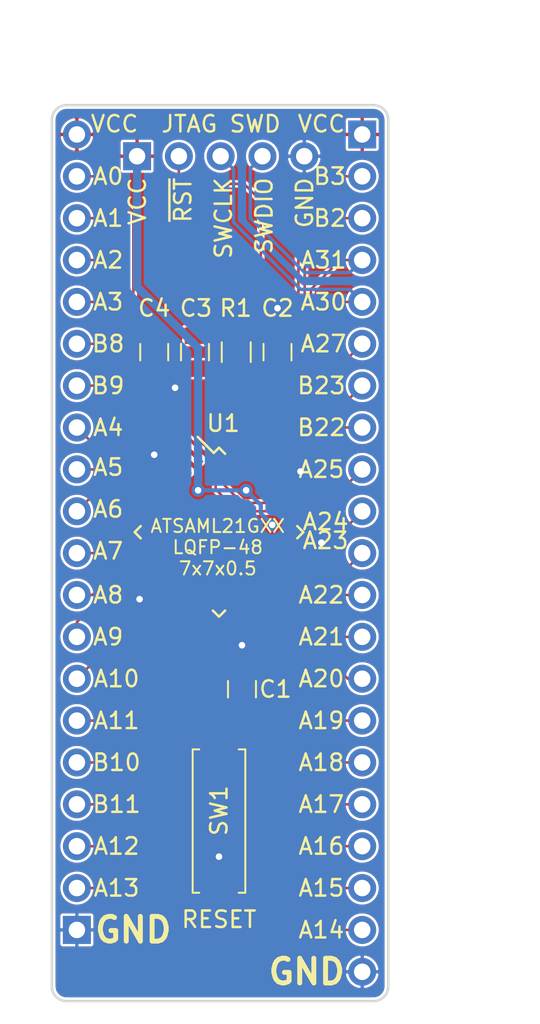
<source format=kicad_pcb>
(kicad_pcb (version 20171130) (host pcbnew "(5.0.0)")
  (layers (0 F.Cu signal) (31 B.Cu signal) (34 B.Paste user) (35 F.Paste user) (36 B.SilkS user) (37 F.SilkS user) (38 B.Mask user) (39 F.Mask user) (44 Edge.Cuts user))
  (net 0 "")
  (net 1 GND)
  (net 2 "Net-(C2-Pad1)")
  (net 3 VCC)
  (net 4 "Net-(J1-Pad20)")
  (net 5 "Net-(J1-Pad19)")
  (net 6 "Net-(J1-Pad18)")
  (net 7 "Net-(J1-Pad17)")
  (net 8 "Net-(J1-Pad16)")
  (net 9 "Net-(J1-Pad15)")
  (net 10 "Net-(J1-Pad14)")
  (net 11 "Net-(J1-Pad13)")
  (net 12 "Net-(J1-Pad12)")
  (net 13 "Net-(J1-Pad11)")
  (net 14 "Net-(J1-Pad10)")
  (net 15 "Net-(J1-Pad9)")
  (net 16 "Net-(J1-Pad8)")
  (net 17 "Net-(J1-Pad7)")
  (net 18 "Net-(J1-Pad6)")
  (net 19 "Net-(J1-Pad3)")
  (net 20 "Net-(J1-Pad2)")
  (net 21 "Net-(J2-Pad19)")
  (net 22 "Net-(J2-Pad18)")
  (net 23 "Net-(J2-Pad17)")
  (net 24 "Net-(J2-Pad16)")
  (net 25 "Net-(J2-Pad15)")
  (net 26 "Net-(J2-Pad14)")
  (net 27 "Net-(J2-Pad13)")
  (net 28 "Net-(J2-Pad12)")
  (net 29 "Net-(J2-Pad11)")
  (net 30 "Net-(J2-Pad10)")
  (net 31 "Net-(J2-Pad9)")
  (net 32 "Net-(J2-Pad8)")
  (net 33 "Net-(J2-Pad7)")
  (net 34 "Net-(J2-Pad6)")
  (net 35 "Net-(J2-Pad5)")
  (net 36 "Net-(J2-Pad4)")
  (net 37 "Net-(J2-Pad3)")
  (net 38 "Net-(J2-Pad2)")
  (net 39 "Net-(U1-Pad43)")
  (net 40 /~RST)
  (net 41 /SWCLK)
  (net 42 /SWDIO)
  (module Pin_Headers:Pin_Header_Straight_1x21_Pitch2.54mm (layer F.Cu) (at 131.64 86.36)
    (fp_text reference J1 hide)
    (fp_text value Conn_01x21)
    (pad 21 thru_hole oval (at 0 50.8) (size 1.7 1.7) (drill 1) (layers *.Cu *.Mask) (net 1 GND))
    (pad 20 thru_hole oval (at 0 48.26) (size 1.7 1.7) (drill 1) (layers *.Cu *.Mask) (net 4 "Net-(J1-Pad20)"))
    (pad 19 thru_hole oval (at 0 45.72) (size 1.7 1.7) (drill 1) (layers *.Cu *.Mask) (net 5 "Net-(J1-Pad19)"))
    (pad 18 thru_hole oval (at 0 43.18) (size 1.7 1.7) (drill 1) (layers *.Cu *.Mask) (net 6 "Net-(J1-Pad18)"))
    (pad 17 thru_hole oval (at 0 40.64) (size 1.7 1.7) (drill 1) (layers *.Cu *.Mask) (net 7 "Net-(J1-Pad17)"))
    (pad 16 thru_hole oval (at 0 38.1) (size 1.7 1.7) (drill 1) (layers *.Cu *.Mask) (net 8 "Net-(J1-Pad16)"))
    (pad 15 thru_hole oval (at 0 35.56) (size 1.7 1.7) (drill 1) (layers *.Cu *.Mask) (net 9 "Net-(J1-Pad15)"))
    (pad 14 thru_hole oval (at 0 33.02) (size 1.7 1.7) (drill 1) (layers *.Cu *.Mask) (net 10 "Net-(J1-Pad14)"))
    (pad 13 thru_hole oval (at 0 30.48) (size 1.7 1.7) (drill 1) (layers *.Cu *.Mask) (net 11 "Net-(J1-Pad13)"))
    (pad 12 thru_hole oval (at 0 27.94) (size 1.7 1.7) (drill 1) (layers *.Cu *.Mask) (net 12 "Net-(J1-Pad12)"))
    (pad 11 thru_hole oval (at 0 25.4) (size 1.7 1.7) (drill 1) (layers *.Cu *.Mask) (net 13 "Net-(J1-Pad11)"))
    (pad 10 thru_hole oval (at 0 22.86) (size 1.7 1.7) (drill 1) (layers *.Cu *.Mask) (net 14 "Net-(J1-Pad10)"))
    (pad 9 thru_hole oval (at 0 20.32) (size 1.7 1.7) (drill 1) (layers *.Cu *.Mask) (net 15 "Net-(J1-Pad9)"))
    (pad 8 thru_hole oval (at 0 17.78) (size 1.7 1.7) (drill 1) (layers *.Cu *.Mask) (net 16 "Net-(J1-Pad8)"))
    (pad 7 thru_hole oval (at 0 15.24) (size 1.7 1.7) (drill 1) (layers *.Cu *.Mask) (net 17 "Net-(J1-Pad7)"))
    (pad 6 thru_hole oval (at 0 12.7) (size 1.7 1.7) (drill 1) (layers *.Cu *.Mask) (net 18 "Net-(J1-Pad6)"))
    (pad 5 thru_hole oval (at 0 10.16) (size 1.7 1.7) (drill 1) (layers *.Cu *.Mask) (net 41 /SWCLK))
    (pad 4 thru_hole oval (at 0 7.62) (size 1.7 1.7) (drill 1) (layers *.Cu *.Mask) (net 42 /SWDIO))
    (pad 3 thru_hole oval (at 0 5.08) (size 1.7 1.7) (drill 1) (layers *.Cu *.Mask) (net 19 "Net-(J1-Pad3)"))
    (pad 2 thru_hole oval (at 0 2.54) (size 1.7 1.7) (drill 1) (layers *.Cu *.Mask) (net 20 "Net-(J1-Pad2)"))
    (pad 1 thru_hole rect (at 0 0) (size 1.7 1.7) (drill 1) (layers *.Cu *.Mask) (net 3 VCC))
  )
  (module Pin_Headers:Pin_Header_Straight_1x20_Pitch2.54mm (layer F.Cu) (at 114.3 134.62 180)
    (fp_text reference J2 hide)
    (fp_text value Conn_01x20)
    (pad 20 thru_hole oval (at 0 48.26 180) (size 1.7 1.7) (drill 1) (layers *.Cu *.Mask) (net 3 VCC))
    (pad 19 thru_hole oval (at 0 45.72 180) (size 1.7 1.7) (drill 1) (layers *.Cu *.Mask) (net 21 "Net-(J2-Pad19)"))
    (pad 18 thru_hole oval (at 0 43.18 180) (size 1.7 1.7) (drill 1) (layers *.Cu *.Mask) (net 22 "Net-(J2-Pad18)"))
    (pad 17 thru_hole oval (at 0 40.64 180) (size 1.7 1.7) (drill 1) (layers *.Cu *.Mask) (net 23 "Net-(J2-Pad17)"))
    (pad 16 thru_hole oval (at 0 38.1 180) (size 1.7 1.7) (drill 1) (layers *.Cu *.Mask) (net 24 "Net-(J2-Pad16)"))
    (pad 15 thru_hole oval (at 0 35.56 180) (size 1.7 1.7) (drill 1) (layers *.Cu *.Mask) (net 25 "Net-(J2-Pad15)"))
    (pad 14 thru_hole oval (at 0 33.02 180) (size 1.7 1.7) (drill 1) (layers *.Cu *.Mask) (net 26 "Net-(J2-Pad14)"))
    (pad 13 thru_hole oval (at 0 30.48 180) (size 1.7 1.7) (drill 1) (layers *.Cu *.Mask) (net 27 "Net-(J2-Pad13)"))
    (pad 12 thru_hole oval (at 0 27.94 180) (size 1.7 1.7) (drill 1) (layers *.Cu *.Mask) (net 28 "Net-(J2-Pad12)"))
    (pad 11 thru_hole oval (at 0 25.4 180) (size 1.7 1.7) (drill 1) (layers *.Cu *.Mask) (net 29 "Net-(J2-Pad11)"))
    (pad 10 thru_hole oval (at 0 22.86 180) (size 1.7 1.7) (drill 1) (layers *.Cu *.Mask) (net 30 "Net-(J2-Pad10)"))
    (pad 9 thru_hole oval (at 0 20.32 180) (size 1.7 1.7) (drill 1) (layers *.Cu *.Mask) (net 31 "Net-(J2-Pad9)"))
    (pad 8 thru_hole oval (at 0 17.78 180) (size 1.7 1.7) (drill 1) (layers *.Cu *.Mask) (net 32 "Net-(J2-Pad8)"))
    (pad 7 thru_hole oval (at 0 15.24 180) (size 1.7 1.7) (drill 1) (layers *.Cu *.Mask) (net 33 "Net-(J2-Pad7)"))
    (pad 6 thru_hole oval (at 0 12.7 180) (size 1.7 1.7) (drill 1) (layers *.Cu *.Mask) (net 34 "Net-(J2-Pad6)"))
    (pad 5 thru_hole oval (at 0 10.16 180) (size 1.7 1.7) (drill 1) (layers *.Cu *.Mask) (net 35 "Net-(J2-Pad5)"))
    (pad 4 thru_hole oval (at 0 7.62 180) (size 1.7 1.7) (drill 1) (layers *.Cu *.Mask) (net 36 "Net-(J2-Pad4)"))
    (pad 3 thru_hole oval (at 0 5.08 180) (size 1.7 1.7) (drill 1) (layers *.Cu *.Mask) (net 37 "Net-(J2-Pad3)"))
    (pad 2 thru_hole oval (at 0 2.54 180) (size 1.7 1.7) (drill 1) (layers *.Cu *.Mask) (net 38 "Net-(J2-Pad2)"))
    (pad 1 thru_hole rect (at 0 0 180) (size 1.7 1.7) (drill 1) (layers *.Cu *.Mask) (net 1 GND))
  )
  (module Pin_Headers:Pin_Header_Straight_1x05_Pitch2.54mm (layer F.Cu) (at 117.9576 87.6808 90)
    (fp_text reference J3 hide)
    (fp_text value JTAG)
    (pad 5 thru_hole oval (at 0 10.16 90) (size 1.7 1.7) (drill 1) (layers *.Cu *.Mask) (net 1 GND))
    (pad 4 thru_hole oval (at 0 7.62 90) (size 1.7 1.7) (drill 1) (layers *.Cu *.Mask) (net 42 /SWDIO))
    (pad 3 thru_hole oval (at 0 5.08 90) (size 1.7 1.7) (drill 1) (layers *.Cu *.Mask) (net 41 /SWCLK))
    (pad 2 thru_hole oval (at 0 2.54 90) (size 1.7 1.7) (drill 1) (layers *.Cu *.Mask) (net 40 /~RST))
    (pad 1 thru_hole rect (at 0 0 90) (size 1.7 1.7) (drill 1) (layers *.Cu *.Mask) (net 3 VCC))
  )
  (module Housings_QFP:LQFP-48_7x7mm_Pitch0.5mm (layer F.Cu) (at 122.936 110.49 315)
    (fp_text reference U1 (at -4.490128 -4.849338 unlocked) (layer F.SilkS))
    (fp_text value ATSAML21G17B-AUT)
    (fp_line (start -3.625 -3.175) (end -5 -3.175) (layer F.SilkS) (width 0.15))
    (fp_line (start 3.625 -3.625) (end 3.1 -3.625) (layer F.SilkS) (width 0.15))
    (fp_line (start 3.625 3.625) (end 3.1 3.625) (layer F.SilkS) (width 0.15))
    (fp_line (start -3.625 3.625) (end -3.1 3.625) (layer F.SilkS) (width 0.15))
    (fp_line (start -3.625 -3.625) (end -3.1 -3.625) (layer F.SilkS) (width 0.15))
    (fp_line (start -3.625 3.625) (end -3.625 3.1) (layer F.SilkS) (width 0.15))
    (fp_line (start 3.625 3.625) (end 3.625 3.1) (layer F.SilkS) (width 0.15))
    (fp_line (start 3.625 -3.625) (end 3.625 -3.1) (layer F.SilkS) (width 0.15))
    (fp_line (start -3.625 -3.625) (end -3.625 -3.175) (layer F.SilkS) (width 0.15))
    (pad 48 smd rect (at -2.75 -4.35 45) (size 1.3 0.25) (layers F.Cu F.Paste F.Mask) (net 20 "Net-(J1-Pad2)"))
    (pad 47 smd rect (at -2.25 -4.35 45) (size 1.3 0.25) (layers F.Cu F.Paste F.Mask) (net 19 "Net-(J1-Pad3)"))
    (pad 46 smd rect (at -1.749999 -4.35 45) (size 1.3 0.25) (layers F.Cu F.Paste F.Mask) (net 42 /SWDIO))
    (pad 45 smd rect (at -1.25 -4.35 45) (size 1.3 0.25) (layers F.Cu F.Paste F.Mask) (net 41 /SWCLK))
    (pad 44 smd rect (at -0.750001 -4.35 45) (size 1.3 0.25) (layers F.Cu F.Paste F.Mask) (net 3 VCC))
    (pad 43 smd rect (at -0.25 -4.35 45) (size 1.3 0.25) (layers F.Cu F.Paste F.Mask) (net 39 "Net-(U1-Pad43)"))
    (pad 42 smd rect (at 0.25 -4.35 45) (size 1.3 0.25) (layers F.Cu F.Paste F.Mask) (net 1 GND))
    (pad 41 smd rect (at 0.750001 -4.35 45) (size 1.3 0.25) (layers F.Cu F.Paste F.Mask) (net 2 "Net-(C2-Pad1)"))
    (pad 40 smd rect (at 1.25 -4.35 45) (size 1.3 0.25) (layers F.Cu F.Paste F.Mask) (net 40 /~RST))
    (pad 39 smd rect (at 1.749999 -4.35 45) (size 1.3 0.25) (layers F.Cu F.Paste F.Mask) (net 18 "Net-(J1-Pad6)"))
    (pad 38 smd rect (at 2.25 -4.35 45) (size 1.3 0.25) (layers F.Cu F.Paste F.Mask) (net 17 "Net-(J1-Pad7)"))
    (pad 37 smd rect (at 2.75 -4.35 45) (size 1.3 0.25) (layers F.Cu F.Paste F.Mask) (net 16 "Net-(J1-Pad8)"))
    (pad 36 smd rect (at 4.35 -2.75 315) (size 1.3 0.25) (layers F.Cu F.Paste F.Mask) (net 3 VCC))
    (pad 35 smd rect (at 4.35 -2.25 315) (size 1.3 0.25) (layers F.Cu F.Paste F.Mask) (net 1 GND))
    (pad 34 smd rect (at 4.35 -1.749999 315) (size 1.3 0.25) (layers F.Cu F.Paste F.Mask) (net 15 "Net-(J1-Pad9)"))
    (pad 33 smd rect (at 4.35 -1.25 315) (size 1.3 0.25) (layers F.Cu F.Paste F.Mask) (net 14 "Net-(J1-Pad10)"))
    (pad 32 smd rect (at 4.35 -0.750001 315) (size 1.3 0.25) (layers F.Cu F.Paste F.Mask) (net 13 "Net-(J1-Pad11)"))
    (pad 31 smd rect (at 4.35 -0.25 315) (size 1.3 0.25) (layers F.Cu F.Paste F.Mask) (net 12 "Net-(J1-Pad12)"))
    (pad 30 smd rect (at 4.35 0.25 315) (size 1.3 0.25) (layers F.Cu F.Paste F.Mask) (net 11 "Net-(J1-Pad13)"))
    (pad 29 smd rect (at 4.35 0.750001 315) (size 1.3 0.25) (layers F.Cu F.Paste F.Mask) (net 10 "Net-(J1-Pad14)"))
    (pad 28 smd rect (at 4.35 1.25 315) (size 1.3 0.25) (layers F.Cu F.Paste F.Mask) (net 9 "Net-(J1-Pad15)"))
    (pad 27 smd rect (at 4.35 1.749999 315) (size 1.3 0.25) (layers F.Cu F.Paste F.Mask) (net 8 "Net-(J1-Pad16)"))
    (pad 26 smd rect (at 4.35 2.25 315) (size 1.3 0.25) (layers F.Cu F.Paste F.Mask) (net 7 "Net-(J1-Pad17)"))
    (pad 25 smd rect (at 4.35 2.75 315) (size 1.3 0.25) (layers F.Cu F.Paste F.Mask) (net 6 "Net-(J1-Pad18)"))
    (pad 24 smd rect (at 2.75 4.35 45) (size 1.3 0.25) (layers F.Cu F.Paste F.Mask) (net 5 "Net-(J1-Pad19)"))
    (pad 23 smd rect (at 2.25 4.35 45) (size 1.3 0.25) (layers F.Cu F.Paste F.Mask) (net 4 "Net-(J1-Pad20)"))
    (pad 22 smd rect (at 1.749999 4.35 45) (size 1.3 0.25) (layers F.Cu F.Paste F.Mask) (net 38 "Net-(J2-Pad2)"))
    (pad 21 smd rect (at 1.25 4.35 45) (size 1.3 0.25) (layers F.Cu F.Paste F.Mask) (net 37 "Net-(J2-Pad3)"))
    (pad 20 smd rect (at 0.750001 4.35 45) (size 1.3 0.25) (layers F.Cu F.Paste F.Mask) (net 36 "Net-(J2-Pad4)"))
    (pad 19 smd rect (at 0.25 4.35 45) (size 1.3 0.25) (layers F.Cu F.Paste F.Mask) (net 35 "Net-(J2-Pad5)"))
    (pad 18 smd rect (at -0.25 4.35 45) (size 1.3 0.25) (layers F.Cu F.Paste F.Mask) (net 1 GND))
    (pad 17 smd rect (at -0.750001 4.35 45) (size 1.3 0.25) (layers F.Cu F.Paste F.Mask) (net 3 VCC))
    (pad 16 smd rect (at -1.25 4.35 45) (size 1.3 0.25) (layers F.Cu F.Paste F.Mask) (net 34 "Net-(J2-Pad6)"))
    (pad 15 smd rect (at -1.749999 4.35 45) (size 1.3 0.25) (layers F.Cu F.Paste F.Mask) (net 33 "Net-(J2-Pad7)"))
    (pad 14 smd rect (at -2.25 4.35 45) (size 1.3 0.25) (layers F.Cu F.Paste F.Mask) (net 32 "Net-(J2-Pad8)"))
    (pad 13 smd rect (at -2.75 4.35 45) (size 1.3 0.25) (layers F.Cu F.Paste F.Mask) (net 31 "Net-(J2-Pad9)"))
    (pad 12 smd rect (at -4.35 2.75 315) (size 1.3 0.25) (layers F.Cu F.Paste F.Mask) (net 30 "Net-(J2-Pad10)"))
    (pad 11 smd rect (at -4.35 2.25 315) (size 1.3 0.25) (layers F.Cu F.Paste F.Mask) (net 29 "Net-(J2-Pad11)"))
    (pad 10 smd rect (at -4.35 1.749999 315) (size 1.3 0.25) (layers F.Cu F.Paste F.Mask) (net 28 "Net-(J2-Pad12)"))
    (pad 9 smd rect (at -4.35 1.25 315) (size 1.3 0.25) (layers F.Cu F.Paste F.Mask) (net 27 "Net-(J2-Pad13)"))
    (pad 8 smd rect (at -4.35 0.750001 315) (size 1.3 0.25) (layers F.Cu F.Paste F.Mask) (net 26 "Net-(J2-Pad14)"))
    (pad 7 smd rect (at -4.35 0.25 315) (size 1.3 0.25) (layers F.Cu F.Paste F.Mask) (net 25 "Net-(J2-Pad15)"))
    (pad 6 smd rect (at -4.35 -0.25 315) (size 1.3 0.25) (layers F.Cu F.Paste F.Mask) (net 3 VCC))
    (pad 5 smd rect (at -4.35 -0.750001 315) (size 1.3 0.25) (layers F.Cu F.Paste F.Mask) (net 1 GND))
    (pad 4 smd rect (at -4.35 -1.25 315) (size 1.3 0.25) (layers F.Cu F.Paste F.Mask) (net 24 "Net-(J2-Pad16)"))
    (pad 3 smd rect (at -4.35 -1.749999 315) (size 1.3 0.25) (layers F.Cu F.Paste F.Mask) (net 23 "Net-(J2-Pad17)"))
    (pad 2 smd rect (at -4.35 -2.25 315) (size 1.3 0.25) (layers F.Cu F.Paste F.Mask) (net 22 "Net-(J2-Pad18)"))
    (pad 1 smd rect (at -4.35 -2.75 315) (size 1.3 0.25) (layers F.Cu F.Paste F.Mask) (net 21 "Net-(J2-Pad19)"))
  )
  (module Capacitors_SMD:C_0805 (layer F.Cu) (at 124.333 120.015 90)
    (fp_text reference C1 (at 0 2.032 180) (layer F.SilkS))
    (fp_text value 100nF)
    (fp_line (start 0.5 -0.85) (end -0.5 -0.85) (layer F.SilkS) (width 0.12))
    (fp_line (start -0.5 0.85) (end 0.5 0.85) (layer F.SilkS) (width 0.12))
    (pad 1 smd rect (at -1 0 90) (size 1 1.25) (layers F.Cu F.Paste F.Mask) (net 40 /~RST))
    (pad 2 smd rect (at 1 0 90) (size 1 1.25) (layers F.Cu F.Paste F.Mask) (net 1 GND))
  )
  (module Capacitors_SMD:C_0805 (layer F.Cu) (at 126.492 99.568 90)
    (fp_text reference C2 (at 2.667 0 180) (layer F.SilkS))
    (fp_text value 1µF)
    (fp_line (start -0.5 0.85) (end 0.5 0.85) (layer F.SilkS) (width 0.12))
    (fp_line (start 0.5 -0.85) (end -0.5 -0.85) (layer F.SilkS) (width 0.12))
    (pad 2 smd rect (at 1 0 90) (size 1 1.25) (layers F.Cu F.Paste F.Mask) (net 1 GND))
    (pad 1 smd rect (at -1 0 90) (size 1 1.25) (layers F.Cu F.Paste F.Mask) (net 2 "Net-(C2-Pad1)"))
  )
  (module Capacitors_SMD:C_0805 (layer F.Cu) (at 121.476666 99.568 270)
    (fp_text reference C3 (at -2.667 -0.062334) (layer F.SilkS))
    (fp_text value 100nF)
    (fp_line (start -0.5 0.85) (end 0.5 0.85) (layer F.SilkS) (width 0.12))
    (fp_line (start 0.5 -0.85) (end -0.5 -0.85) (layer F.SilkS) (width 0.12))
    (pad 2 smd rect (at 1 0 270) (size 1 1.25) (layers F.Cu F.Paste F.Mask) (net 1 GND))
    (pad 1 smd rect (at -1 0 270) (size 1 1.25) (layers F.Cu F.Paste F.Mask) (net 3 VCC))
  )
  (module Capacitors_SMD:C_0805 (layer F.Cu) (at 118.999 99.568 270)
    (fp_text reference C4 (at -2.667 0) (layer F.SilkS))
    (fp_text value 1µF)
    (fp_line (start 0.5 -0.85) (end -0.5 -0.85) (layer F.SilkS) (width 0.12))
    (fp_line (start -0.5 0.85) (end 0.5 0.85) (layer F.SilkS) (width 0.12))
    (pad 1 smd rect (at -1 0 270) (size 1 1.25) (layers F.Cu F.Paste F.Mask) (net 3 VCC))
    (pad 2 smd rect (at 1 0 270) (size 1 1.25) (layers F.Cu F.Paste F.Mask) (net 1 GND))
  )
  (module Resistors_SMD:R_0805 (layer F.Cu) (at 123.984332 99.568 270)
    (fp_text reference R1 (at -2.667 0.032332) (layer F.SilkS))
    (fp_text value 10k)
    (fp_line (start -0.6 -0.88) (end 0.6 -0.88) (layer F.SilkS) (width 0.12))
    (fp_line (start 0.6 0.88) (end -0.6 0.88) (layer F.SilkS) (width 0.12))
    (pad 2 smd rect (at 0.95 0 270) (size 0.7 1.3) (layers F.Cu F.Paste F.Mask) (net 40 /~RST))
    (pad 1 smd rect (at -0.95 0 270) (size 0.7 1.3) (layers F.Cu F.Paste F.Mask) (net 3 VCC))
  )
  (module SAML_BreakoutBoard:SW_SPST_K2-1107ST (layer F.Cu) (at 122.936 128.016 270)
    (fp_text reference SW1 (at -0.635 0 270) (layer F.SilkS))
    (fp_text value K2-1107ST)
    (fp_line (start -4.35 1.6) (end 4.35 1.6) (layer F.SilkS) (width 0.12))
    (fp_line (start 4.35 -1.6) (end -4.35 -1.6) (layer F.SilkS) (width 0.12))
    (fp_line (start -4.35 -1.6) (end -4.35 -1.2) (layer F.SilkS) (width 0.12))
    (fp_line (start -4.35 1.2) (end -4.35 1.6) (layer F.SilkS) (width 0.12))
    (fp_line (start 4.35 1.6) (end 4.35 1.2) (layer F.SilkS) (width 0.12))
    (fp_line (start 4.35 -1.6) (end 4.35 -1.2) (layer F.SilkS) (width 0.12))
    (pad 1 smd rect (at -3.95 0 270) (size 1.5 1) (layers F.Cu F.Paste F.Mask) (net 40 /~RST))
    (pad 2 smd rect (at 3.95 0 270) (size 1.5 1) (layers F.Cu F.Paste F.Mask) (net 1 GND))
  )
  (gr_text "ATSAML21GXX\nLQFP-48\n7x7x0.5" (at 122.8598 111.4044) (layer F.SilkS) (effects (font (size 0.8 0.8) (thickness 0.12))))
  (gr_arc (start 132.334 138.049) (end 132.334 138.938) (angle -90) (layer Edge.Cuts) (width 0.15))
  (gr_arc (start 113.665 138.049) (end 112.776 138.049) (angle -90) (layer Edge.Cuts) (width 0.15))
  (gr_arc (start 113.665 85.471) (end 113.665 84.582) (angle -90) (layer Edge.Cuts) (width 0.15))
  (gr_arc (start 132.334 85.471) (end 133.223 85.471) (angle -90) (layer Edge.Cuts) (width 0.15))
  (gr_text VCC (at 129.159 85.725) (layer F.SilkS) (effects (font (size 1 1))))
  (gr_text VCC (at 116.586 85.725) (layer F.SilkS) (effects (font (size 1 1))))
  (gr_text "JTAG SWD" (at 123.063 85.725) (layer F.SilkS) (effects (font (size 1 1))))
  (gr_text GND (at 117.729 134.62) (layer F.SilkS) (effects (font (size 1.5 1.5) (thickness 0.3))))
  (gr_text GND (at 128.27 137.16) (layer F.SilkS) (effects (font (size 1.5 1.5) (thickness 0.3))))
  (gr_text RESET (at 122.936 133.985) (layer F.SilkS) (effects (font (size 1 1))))
  (gr_text B3 (at 129.667 88.9) (layer F.SilkS) (effects (font (size 1 1))))
  (gr_text B2 (at 129.667 91.44) (layer F.SilkS) (effects (font (size 1 1))))
  (gr_text A31 (at 129.286 93.98) (layer F.SilkS) (effects (font (size 1 1))))
  (gr_text A30 (at 129.286 96.52) (layer F.SilkS) (effects (font (size 1 1))))
  (gr_text A27 (at 129.286 99.06) (layer F.SilkS) (effects (font (size 1 1))))
  (gr_text B23 (at 129.159 101.6) (layer F.SilkS) (effects (font (size 1 1))))
  (gr_text B22 (at 129.159 104.14) (layer F.SilkS) (effects (font (size 1 1))))
  (gr_text A25 (at 129.159 106.68) (layer F.SilkS) (effects (font (size 1 1))))
  (gr_text A24 (at 129.413 109.855) (layer F.SilkS) (effects (font (size 1 1))))
  (gr_text A23 (at 129.413 110.998) (layer F.SilkS) (effects (font (size 1 1))))
  (gr_text A22 (at 129.159 114.3) (layer F.SilkS) (effects (font (size 1 1))))
  (gr_text A21 (at 129.159 116.84) (layer F.SilkS) (effects (font (size 1 1))))
  (gr_text A20 (at 129.159 119.38) (layer F.SilkS) (effects (font (size 1 1))))
  (gr_text A19 (at 129.159 121.92) (layer F.SilkS) (effects (font (size 1 1))))
  (gr_text A18 (at 129.159 124.46) (layer F.SilkS) (effects (font (size 1 1))))
  (gr_text A17 (at 129.159 127) (layer F.SilkS) (effects (font (size 1 1))))
  (gr_text A16 (at 129.159 129.54) (layer F.SilkS) (effects (font (size 1 1))))
  (gr_text A15 (at 129.159 132.08) (layer F.SilkS) (effects (font (size 1 1))))
  (gr_text A14 (at 129.159 134.62) (layer F.SilkS) (effects (font (size 1 1))))
  (gr_text A13 (at 116.713 132.08) (layer F.SilkS) (effects (font (size 1 1))))
  (gr_text A12 (at 116.713 129.54) (layer F.SilkS) (effects (font (size 1 1))))
  (gr_text B11 (at 116.713 127) (layer F.SilkS) (effects (font (size 1 1))))
  (gr_text B10 (at 116.713 124.46) (layer F.SilkS) (effects (font (size 1 1))))
  (gr_text A11 (at 116.713 121.92) (layer F.SilkS) (effects (font (size 1 1))))
  (gr_text A10 (at 116.713 119.38) (layer F.SilkS) (effects (font (size 1 1))))
  (gr_text A9 (at 116.205 116.84) (layer F.SilkS) (effects (font (size 1 1))))
  (gr_text A8 (at 116.205 114.3) (layer F.SilkS) (effects (font (size 1 1))))
  (gr_text A7 (at 116.205 111.633) (layer F.SilkS) (effects (font (size 1 1))))
  (gr_text A6 (at 116.205 109.093) (layer F.SilkS) (effects (font (size 1 1))))
  (gr_text A5 (at 116.205 106.553) (layer F.SilkS) (effects (font (size 1 1))))
  (gr_text A4 (at 116.205 104.14) (layer F.SilkS) (effects (font (size 1 1))))
  (gr_text B9 (at 116.205 101.6) (layer F.SilkS) (effects (font (size 1 1))))
  (gr_text B8 (at 116.205 99.06) (layer F.SilkS) (effects (font (size 1 1))))
  (gr_text A3 (at 116.205 96.52) (layer F.SilkS) (effects (font (size 1 1))))
  (gr_text A2 (at 116.205 93.98) (layer F.SilkS) (effects (font (size 1 1))))
  (gr_text A1 (at 116.205 91.44) (layer F.SilkS) (effects (font (size 1 1))))
  (gr_text A0 (at 116.205 88.9) (layer F.SilkS) (effects (font (size 1 1))))
  (gr_text GND (at 128.143 90.511429 90) (layer F.SilkS) (effects (font (size 1 1))))
  (gr_text VCC (at 117.983 90.416191 90) (layer F.SilkS) (effects (font (size 1 1))))
  (gr_text SWDIO (at 125.67675 91.297143 90) (layer F.SilkS) (effects (font (size 1 1))))
  (gr_text SWCLK (at 123.2105 91.44 90) (layer F.SilkS) (effects (font (size 1 1))))
  (gr_text ~RST (at 120.74425 90.344762 90) (layer F.SilkS) (effects (font (size 1 1))))
  (gr_line (start 112.776 138.049) (end 112.776 85.471) (layer Edge.Cuts) (width 0.15))
  (gr_line (start 132.334 138.938) (end 113.665 138.938) (layer Edge.Cuts) (width 0.15))
  (gr_line (start 133.223 85.471) (end 133.223 138.049) (layer Edge.Cuts) (width 0.15))
  (gr_line (start 113.665 84.582) (end 132.334 84.582) (layer Edge.Cuts) (width 0.15))
  (via (at 118.999 105.791) (size 0.8) (drill 0.4) (layers F.Cu B.Cu) (net 1))
  (segment (start 120.390416 106.883755) (end 119.297661 105.791) (width 0.254) (layer F.Cu) (net 1))
  (segment (start 119.297661 105.791) (end 118.999 105.791) (width 0.254) (layer F.Cu) (net 1))
  (via (at 118.11 114.554) (size 0.8) (drill 0.4) (layers F.Cu B.Cu) (net 1))
  (segment (start 119.683309 113.389138) (end 118.518447 114.554) (width 0.254) (layer F.Cu) (net 1))
  (segment (start 118.518447 114.554) (end 118.11 114.554) (width 0.254) (layer F.Cu) (net 1))
  (via (at 120.269 101.727) (size 0.8) (drill 0.4) (layers F.Cu B.Cu) (net 1))
  (segment (start 120.269 100.568) (end 120.269 101.727) (width 0.254) (layer F.Cu) (net 1))
  (segment (start 118.999 100.568) (end 120.269 100.568) (width 0.254) (layer F.Cu) (net 1))
  (segment (start 120.269 100.568) (end 121.476666 100.568) (width 0.254) (layer F.Cu) (net 1))
  (via (at 126.492 96.901) (size 0.8) (drill 0.4) (layers F.Cu B.Cu) (net 1))
  (segment (start 126.492 98.568) (end 126.492 96.901) (width 0.254) (layer F.Cu) (net 1))
  (via (at 127.889 106.807) (size 0.8) (drill 0.4) (layers F.Cu B.Cu) (net 1))
  (segment (start 126.188691 107.590862) (end 126.972553 106.807) (width 0.254) (layer F.Cu) (net 1))
  (segment (start 126.972553 106.807) (end 127.889 106.807) (width 0.254) (layer F.Cu) (net 1))
  (via (at 129.159 111.125) (size 0.8) (drill 0.4) (layers F.Cu B.Cu) (net 1))
  (segment (start 129.159 112.268) (end 129.159 111.125) (width 0.254) (layer F.Cu) (net 1))
  (segment (start 128.778 112.649) (end 129.159 112.268) (width 0.254) (layer F.Cu) (net 1))
  (segment (start 127.602905 111.974924) (end 128.276981 112.649) (width 0.254) (layer F.Cu) (net 1))
  (segment (start 128.276981 112.649) (end 128.778 112.649) (width 0.254) (layer F.Cu) (net 1))
  (via (at 122.936 130.175) (size 0.8) (drill 0.4) (layers F.Cu B.Cu) (net 1))
  (segment (start 122.936 131.966) (end 122.936 130.175) (width 0.1524) (layer F.Cu) (net 1))
  (via (at 124.333 117.348) (size 0.8) (drill 0.4) (layers F.Cu B.Cu) (net 1))
  (segment (start 124.333 119.015) (end 124.333 117.348) (width 0.1524) (layer F.Cu) (net 1))
  (segment (start 125.774661 108.712) (end 126.542245 107.944416) (width 0.1524) (layer F.Cu) (net 2))
  (segment (start 124.333 108.712) (end 125.774661 108.712) (width 0.1524) (layer F.Cu) (net 2))
  (segment (start 123.19 107.569) (end 124.333 108.712) (width 0.1524) (layer F.Cu) (net 2))
  (segment (start 123.19 104.775) (end 123.19 107.569) (width 0.1524) (layer F.Cu) (net 2))
  (segment (start 126.492 100.568) (end 126.492 101.473) (width 0.1524) (layer F.Cu) (net 2))
  (segment (start 126.492 101.473) (end 123.19 104.775) (width 0.1524) (layer F.Cu) (net 2))
  (via (at 124.587 107.95) (size 0.8) (drill 0.4) (layers F.Cu B.Cu) (net 3))
  (segment (start 124.587 107.778339) (end 125.481584 106.883755) (width 0.1524) (layer F.Cu) (net 3))
  (segment (start 124.587 107.95) (end 124.587 107.778339) (width 0.1524) (layer F.Cu) (net 3))
  (via (at 121.666 107.95) (size 0.8) (drill 0.4) (layers F.Cu B.Cu) (net 3))
  (segment (start 124.587 107.95) (end 121.666 107.95) (width 0.254) (layer B.Cu) (net 3))
  (segment (start 120.749553 107.95) (end 120.036862 107.237309) (width 0.254) (layer F.Cu) (net 3))
  (segment (start 121.666 107.95) (end 120.749553 107.95) (width 0.254) (layer F.Cu) (net 3))
  (segment (start 120.749553 111.615786) (end 120.749553 107.95) (width 0.254) (layer F.Cu) (net 3))
  (segment (start 119.329755 113.035584) (end 120.749553 111.615786) (width 0.254) (layer F.Cu) (net 3))
  (segment (start 121.666 99.314) (end 121.666 107.95) (width 0.508) (layer B.Cu) (net 3))
  (segment (start 117.9576 87.6808) (end 117.9576 95.6056) (width 0.508) (layer B.Cu) (net 3))
  (segment (start 117.9576 95.6056) (end 121.666 99.314) (width 0.508) (layer B.Cu) (net 3))
  (segment (start 125.476 108.839) (end 124.587 107.95) (width 0.254) (layer B.Cu) (net 3))
  (segment (start 125.476 109.22) (end 125.476 108.839) (width 0.254) (layer B.Cu) (net 3))
  (via (at 126.1745 110.0455) (size 0.8) (drill 0.4) (layers F.Cu B.Cu) (net 3))
  (segment (start 126.380587 110.0455) (end 126.1745 110.0455) (width 0.1524) (layer F.Cu) (net 3))
  (segment (start 127.956458 111.621371) (end 126.380587 110.0455) (width 0.1524) (layer F.Cu) (net 3))
  (segment (start 125.476 109.347) (end 126.1745 110.0455) (width 0.254) (layer B.Cu) (net 3))
  (segment (start 125.476 109.22) (end 125.476 109.347) (width 0.254) (layer B.Cu) (net 3))
  (segment (start 130.302 134.62) (end 131.64 134.62) (width 0.1524) (layer F.Cu) (net 4))
  (segment (start 123.444 127.762) (end 130.302 134.62) (width 0.1524) (layer F.Cu) (net 4))
  (segment (start 120.269 127.762) (end 123.444 127.762) (width 0.1524) (layer F.Cu) (net 4))
  (segment (start 117.983 125.476) (end 120.269 127.762) (width 0.1524) (layer F.Cu) (net 4))
  (segment (start 121.451076 115.156905) (end 117.983 118.624981) (width 0.1524) (layer F.Cu) (net 4))
  (segment (start 117.983 118.624981) (end 117.983 125.476) (width 0.1524) (layer F.Cu) (net 4))
  (segment (start 118.364 118.951087) (end 121.804629 115.510458) (width 0.1524) (layer F.Cu) (net 5))
  (segment (start 118.364 125.349) (end 118.364 118.951087) (width 0.1524) (layer F.Cu) (net 5))
  (segment (start 120.396 127.381) (end 118.364 125.349) (width 0.1524) (layer F.Cu) (net 5))
  (segment (start 123.571 127.381) (end 120.396 127.381) (width 0.1524) (layer F.Cu) (net 5))
  (segment (start 131.64 132.08) (end 128.27 132.08) (width 0.1524) (layer F.Cu) (net 5))
  (segment (start 128.27 132.08) (end 123.571 127.381) (width 0.1524) (layer F.Cu) (net 5))
  (segment (start 127.635 119.078087) (end 124.067371 115.510458) (width 0.1524) (layer F.Cu) (net 6))
  (segment (start 127.635 126.873) (end 127.635 119.078087) (width 0.1524) (layer F.Cu) (net 6))
  (segment (start 131.64 129.54) (end 130.302 129.54) (width 0.1524) (layer F.Cu) (net 6))
  (segment (start 130.302 129.54) (end 127.635 126.873) (width 0.1524) (layer F.Cu) (net 6))
  (segment (start 124.951253 115.687234) (end 124.420924 115.156905) (width 0.1524) (layer F.Cu) (net 7))
  (segment (start 128.016 118.751981) (end 124.951253 115.687234) (width 0.1524) (layer F.Cu) (net 7))
  (segment (start 128.016 124.714) (end 128.016 118.751981) (width 0.1524) (layer F.Cu) (net 7))
  (segment (start 131.64 127) (end 130.302 127) (width 0.1524) (layer F.Cu) (net 7))
  (segment (start 130.302 127) (end 128.016 124.714) (width 0.1524) (layer F.Cu) (net 7))
  (segment (start 125.304807 115.33368) (end 124.774478 114.803351) (width 0.1524) (layer F.Cu) (net 8))
  (segment (start 128.397 118.425873) (end 125.304807 115.33368) (width 0.1524) (layer F.Cu) (net 8))
  (segment (start 128.397 122.555) (end 128.397 118.425873) (width 0.1524) (layer F.Cu) (net 8))
  (segment (start 131.64 124.46) (end 130.302 124.46) (width 0.1524) (layer F.Cu) (net 8))
  (segment (start 130.302 124.46) (end 128.397 122.555) (width 0.1524) (layer F.Cu) (net 8))
  (segment (start 125.65836 114.980127) (end 125.128031 114.449798) (width 0.1524) (layer F.Cu) (net 9))
  (segment (start 128.778 118.099767) (end 125.65836 114.980127) (width 0.1524) (layer F.Cu) (net 9))
  (segment (start 128.778 120.396) (end 128.778 118.099767) (width 0.1524) (layer F.Cu) (net 9))
  (segment (start 131.64 121.92) (end 130.302 121.92) (width 0.1524) (layer F.Cu) (net 9))
  (segment (start 130.302 121.92) (end 128.778 120.396) (width 0.1524) (layer F.Cu) (net 9))
  (segment (start 126.011913 114.626574) (end 125.481584 114.096245) (width 0.1524) (layer F.Cu) (net 10))
  (segment (start 131.64 119.38) (end 130.765339 119.38) (width 0.1524) (layer F.Cu) (net 10))
  (segment (start 130.765339 119.38) (end 126.011913 114.626574) (width 0.1524) (layer F.Cu) (net 10))
  (segment (start 128.932447 116.84) (end 125.835138 113.742691) (width 0.1524) (layer F.Cu) (net 11))
  (segment (start 131.64 116.84) (end 128.932447 116.84) (width 0.1524) (layer F.Cu) (net 11))
  (segment (start 127.099553 114.3) (end 126.188691 113.389138) (width 0.1524) (layer F.Cu) (net 12))
  (segment (start 131.64 114.3) (end 127.099553 114.3) (width 0.1524) (layer F.Cu) (net 12))
  (segment (start 129.481 113.919) (end 127.425661 113.919) (width 0.1524) (layer F.Cu) (net 13))
  (segment (start 131.64 111.76) (end 129.481 113.919) (width 0.1524) (layer F.Cu) (net 13))
  (segment (start 127.425661 113.919) (end 126.542245 113.035584) (width 0.1524) (layer F.Cu) (net 13))
  (segment (start 127.751767 113.538) (end 126.895798 112.682031) (width 0.1524) (layer F.Cu) (net 14))
  (segment (start 129.286 113.538) (end 127.751767 113.538) (width 0.1524) (layer F.Cu) (net 14))
  (segment (start 130.302 112.522) (end 129.286 113.538) (width 0.1524) (layer F.Cu) (net 14))
  (segment (start 131.64 109.22) (end 130.302 110.558) (width 0.1524) (layer F.Cu) (net 14))
  (segment (start 130.302 110.558) (end 130.302 112.522) (width 0.1524) (layer F.Cu) (net 14))
  (segment (start 128.077873 113.157) (end 127.249351 112.328478) (width 0.1524) (layer F.Cu) (net 15))
  (segment (start 129.032 113.157) (end 128.077873 113.157) (width 0.1524) (layer F.Cu) (net 15))
  (segment (start 129.921 112.268) (end 129.032 113.157) (width 0.1524) (layer F.Cu) (net 15))
  (segment (start 131.64 106.68) (end 129.921 108.399) (width 0.1524) (layer F.Cu) (net 15))
  (segment (start 129.921 108.399) (end 129.921 112.268) (width 0.1524) (layer F.Cu) (net 15))
  (segment (start 128.486787 108.8283) (end 127.956458 109.358629) (width 0.1524) (layer F.Cu) (net 16))
  (segment (start 130.048 107.267087) (end 128.486787 108.8283) (width 0.1524) (layer F.Cu) (net 16))
  (segment (start 130.048 104.394) (end 130.048 107.267087) (width 0.1524) (layer F.Cu) (net 16))
  (segment (start 131.64 104.14) (end 130.302 104.14) (width 0.1524) (layer F.Cu) (net 16))
  (segment (start 130.302 104.14) (end 130.048 104.394) (width 0.1524) (layer F.Cu) (net 16))
  (segment (start 128.133234 108.474747) (end 127.602905 109.005076) (width 0.1524) (layer F.Cu) (net 17))
  (segment (start 131.64 101.6) (end 129.667 103.573) (width 0.1524) (layer F.Cu) (net 17))
  (segment (start 129.667 103.573) (end 129.667 106.940981) (width 0.1524) (layer F.Cu) (net 17))
  (segment (start 129.667 106.940981) (end 128.133234 108.474747) (width 0.1524) (layer F.Cu) (net 17))
  (segment (start 129.286 103.162524) (end 129.286 106.614873) (width 0.1524) (layer F.Cu) (net 18))
  (segment (start 129.46382 102.984705) (end 129.286 103.162524) (width 0.1524) (layer F.Cu) (net 18))
  (segment (start 131.64 99.06) (end 129.46382 101.23618) (width 0.1524) (layer F.Cu) (net 18))
  (segment (start 127.77968 108.121193) (end 127.249351 108.651522) (width 0.1524) (layer F.Cu) (net 18))
  (segment (start 129.46382 101.23618) (end 129.46382 102.984705) (width 0.1524) (layer F.Cu) (net 18))
  (segment (start 129.286 106.614873) (end 127.77968 108.121193) (width 0.1524) (layer F.Cu) (net 18))
  (segment (start 128.143 102.101019) (end 124.420924 105.823095) (width 0.1524) (layer F.Cu) (net 19))
  (segment (start 128.143 93.599) (end 128.143 102.101019) (width 0.1524) (layer F.Cu) (net 19))
  (segment (start 131.64 91.44) (end 130.302 91.44) (width 0.1524) (layer F.Cu) (net 19))
  (segment (start 130.302 91.44) (end 128.143 93.599) (width 0.1524) (layer F.Cu) (net 19))
  (segment (start 127.762 101.774913) (end 124.067371 105.469542) (width 0.1524) (layer F.Cu) (net 20))
  (segment (start 127.762 91.44) (end 127.762 101.774913) (width 0.1524) (layer F.Cu) (net 20))
  (segment (start 131.64 88.9) (end 130.302 88.9) (width 0.1524) (layer F.Cu) (net 20))
  (segment (start 130.302 88.9) (end 127.762 91.44) (width 0.1524) (layer F.Cu) (net 20))
  (segment (start 117.729 101.393913) (end 121.804629 105.469542) (width 0.1524) (layer F.Cu) (net 21))
  (segment (start 117.729 91.059) (end 117.729 101.393913) (width 0.1524) (layer F.Cu) (net 21))
  (segment (start 114.3 88.9) (end 115.57 88.9) (width 0.1524) (layer F.Cu) (net 21))
  (segment (start 115.57 88.9) (end 117.729 91.059) (width 0.1524) (layer F.Cu) (net 21))
  (segment (start 117.348 101.720019) (end 121.451076 105.823095) (width 0.1524) (layer F.Cu) (net 22))
  (segment (start 117.348 93.218) (end 117.348 101.720019) (width 0.1524) (layer F.Cu) (net 22))
  (segment (start 114.3 91.44) (end 115.57 91.44) (width 0.1524) (layer F.Cu) (net 22))
  (segment (start 115.57 91.44) (end 117.348 93.218) (width 0.1524) (layer F.Cu) (net 22))
  (segment (start 120.567193 105.64632) (end 121.097522 106.176649) (width 0.1524) (layer F.Cu) (net 23))
  (segment (start 116.967 102.046127) (end 120.567193 105.64632) (width 0.1524) (layer F.Cu) (net 23))
  (segment (start 116.967 95.377) (end 116.967 102.046127) (width 0.1524) (layer F.Cu) (net 23))
  (segment (start 114.3 93.98) (end 115.57 93.98) (width 0.1524) (layer F.Cu) (net 23))
  (segment (start 115.57 93.98) (end 116.967 95.377) (width 0.1524) (layer F.Cu) (net 23))
  (segment (start 120.21364 105.999873) (end 120.743969 106.530202) (width 0.1524) (layer F.Cu) (net 24))
  (segment (start 116.586 102.372233) (end 120.21364 105.999873) (width 0.1524) (layer F.Cu) (net 24))
  (segment (start 116.586 97.536) (end 116.586 102.372233) (width 0.1524) (layer F.Cu) (net 24))
  (segment (start 114.3 96.52) (end 115.57 96.52) (width 0.1524) (layer F.Cu) (net 24))
  (segment (start 115.57 96.52) (end 116.586 97.536) (width 0.1524) (layer F.Cu) (net 24))
  (segment (start 119.15298 107.060533) (end 119.683309 107.590862) (width 0.1524) (layer F.Cu) (net 25))
  (segment (start 116.205 104.112553) (end 119.15298 107.060533) (width 0.1524) (layer F.Cu) (net 25))
  (segment (start 116.205 99.695) (end 116.205 104.112553) (width 0.1524) (layer F.Cu) (net 25))
  (segment (start 114.3 99.06) (end 115.57 99.06) (width 0.1524) (layer F.Cu) (net 25))
  (segment (start 115.57 99.06) (end 116.205 99.695) (width 0.1524) (layer F.Cu) (net 25))
  (segment (start 118.799426 107.414087) (end 119.329755 107.944416) (width 0.1524) (layer F.Cu) (net 26))
  (segment (start 115.824 104.438661) (end 118.799426 107.414087) (width 0.1524) (layer F.Cu) (net 26))
  (segment (start 115.824 101.854) (end 115.824 104.438661) (width 0.1524) (layer F.Cu) (net 26))
  (segment (start 114.3 101.6) (end 115.57 101.6) (width 0.1524) (layer F.Cu) (net 26))
  (segment (start 115.57 101.6) (end 115.824 101.854) (width 0.1524) (layer F.Cu) (net 26))
  (segment (start 118.445873 107.76764) (end 118.976202 108.297969) (width 0.1524) (layer F.Cu) (net 27))
  (segment (start 116.850233 106.172) (end 118.445873 107.76764) (width 0.1524) (layer F.Cu) (net 27))
  (segment (start 114.3 104.14) (end 116.332 106.172) (width 0.1524) (layer F.Cu) (net 27))
  (segment (start 116.332 106.172) (end 116.850233 106.172) (width 0.1524) (layer F.Cu) (net 27))
  (segment (start 116.651127 106.68) (end 118.622649 108.651522) (width 0.1524) (layer F.Cu) (net 28))
  (segment (start 114.3 106.68) (end 116.651127 106.68) (width 0.1524) (layer F.Cu) (net 28))
  (segment (start 117.738766 108.474747) (end 118.269095 109.005076) (width 0.1524) (layer F.Cu) (net 29))
  (segment (start 117.468019 108.204) (end 117.738766 108.474747) (width 0.1524) (layer F.Cu) (net 29))
  (segment (start 114.3 109.22) (end 115.316 108.204) (width 0.1524) (layer F.Cu) (net 29))
  (segment (start 115.316 108.204) (end 117.468019 108.204) (width 0.1524) (layer F.Cu) (net 29))
  (segment (start 115.514171 111.76) (end 117.915542 109.358629) (width 0.1524) (layer F.Cu) (net 30))
  (segment (start 114.3 111.76) (end 115.514171 111.76) (width 0.1524) (layer F.Cu) (net 30))
  (segment (start 115.236913 114.3) (end 117.915542 111.621371) (width 0.1524) (layer F.Cu) (net 31))
  (segment (start 114.3 114.3) (end 115.236913 114.3) (width 0.1524) (layer F.Cu) (net 31))
  (segment (start 117.738766 112.505253) (end 118.269095 111.974924) (width 0.1524) (layer F.Cu) (net 32))
  (segment (start 114.3 116.84) (end 114.3 115.944019) (width 0.1524) (layer F.Cu) (net 32))
  (segment (start 114.3 115.944019) (end 117.738766 112.505253) (width 0.1524) (layer F.Cu) (net 32))
  (segment (start 118.09232 112.858807) (end 118.622649 112.328478) (width 0.1524) (layer F.Cu) (net 33))
  (segment (start 115.697 115.254127) (end 118.09232 112.858807) (width 0.1524) (layer F.Cu) (net 33))
  (segment (start 114.3 119.38) (end 115.697 117.983) (width 0.1524) (layer F.Cu) (net 33))
  (segment (start 115.697 117.983) (end 115.697 115.254127) (width 0.1524) (layer F.Cu) (net 33))
  (segment (start 116.078 115.580233) (end 118.976202 112.682031) (width 0.1524) (layer F.Cu) (net 34))
  (segment (start 116.078 121.344081) (end 116.078 115.580233) (width 0.1524) (layer F.Cu) (net 34))
  (segment (start 114.3 121.92) (end 115.502081 121.92) (width 0.1524) (layer F.Cu) (net 34))
  (segment (start 115.502081 121.92) (end 116.078 121.344081) (width 0.1524) (layer F.Cu) (net 34))
  (segment (start 119.506533 114.27302) (end 120.036862 113.742691) (width 0.1524) (layer F.Cu) (net 35))
  (segment (start 116.459 117.320553) (end 119.506533 114.27302) (width 0.1524) (layer F.Cu) (net 35))
  (segment (start 116.459 123.571) (end 116.459 117.320553) (width 0.1524) (layer F.Cu) (net 35))
  (segment (start 114.3 124.46) (end 115.57 124.46) (width 0.1524) (layer F.Cu) (net 35))
  (segment (start 115.57 124.46) (end 116.459 123.571) (width 0.1524) (layer F.Cu) (net 35))
  (segment (start 119.860087 114.626574) (end 120.390416 114.096245) (width 0.1524) (layer F.Cu) (net 36))
  (segment (start 116.84 117.646661) (end 119.860087 114.626574) (width 0.1524) (layer F.Cu) (net 36))
  (segment (start 116.84 125.73) (end 116.84 117.646661) (width 0.1524) (layer F.Cu) (net 36))
  (segment (start 114.3 127) (end 115.57 127) (width 0.1524) (layer F.Cu) (net 36))
  (segment (start 115.57 127) (end 116.84 125.73) (width 0.1524) (layer F.Cu) (net 36))
  (segment (start 120.21364 114.980127) (end 120.743969 114.449798) (width 0.1524) (layer F.Cu) (net 37))
  (segment (start 117.221 117.972767) (end 120.21364 114.980127) (width 0.1524) (layer F.Cu) (net 37))
  (segment (start 117.221 127.889) (end 117.221 117.972767) (width 0.1524) (layer F.Cu) (net 37))
  (segment (start 114.3 129.54) (end 115.57 129.54) (width 0.1524) (layer F.Cu) (net 37))
  (segment (start 115.57 129.54) (end 117.221 127.889) (width 0.1524) (layer F.Cu) (net 37))
  (segment (start 117.602 118.298873) (end 121.097522 114.803351) (width 0.1524) (layer F.Cu) (net 38))
  (segment (start 117.602 130.048) (end 117.602 118.298873) (width 0.1524) (layer F.Cu) (net 38))
  (segment (start 114.3 132.08) (end 115.57 132.08) (width 0.1524) (layer F.Cu) (net 38))
  (segment (start 115.57 132.08) (end 117.602 130.048) (width 0.1524) (layer F.Cu) (net 38))
  (segment (start 126.895798 108.297969) (end 125.973767 109.22) (width 0.1524) (layer F.Cu) (net 40))
  (segment (start 125.973767 109.22) (end 124.064854 109.22) (width 0.1524) (layer F.Cu) (net 40))
  (segment (start 122.936 110.348854) (end 124.064854 109.22) (width 0.1524) (layer F.Cu) (net 40))
  (segment (start 122.936 124.066) (end 122.936 120.396) (width 0.1524) (layer F.Cu) (net 40))
  (segment (start 122.936 120.396) (end 122.936 110.348854) (width 0.1524) (layer F.Cu) (net 40))
  (segment (start 123.965 124.066) (end 122.936 124.066) (width 0.1524) (layer F.Cu) (net 40))
  (segment (start 124.333 121.015) (end 124.333 123.698) (width 0.1524) (layer F.Cu) (net 40))
  (segment (start 124.333 123.698) (end 123.965 124.066) (width 0.1524) (layer F.Cu) (net 40))
  (segment (start 124.064854 109.22) (end 122.7328 107.887946) (width 0.1524) (layer F.Cu) (net 40))
  (segment (start 122.7328 107.887946) (end 122.7328 104.5972) (width 0.1524) (layer F.Cu) (net 40))
  (segment (start 123.984332 102.495932) (end 123.984332 100.518) (width 0.1524) (layer F.Cu) (net 40))
  (segment (start 124.4092 102.9208) (end 123.984332 102.495932) (width 0.1524) (layer F.Cu) (net 40))
  (segment (start 122.7328 104.5972) (end 124.4092 102.9208) (width 0.1524) (layer F.Cu) (net 40))
  (segment (start 120.4976 88.8492) (end 120.4976 87.6808) (width 0.1524) (layer F.Cu) (net 40))
  (segment (start 121.0056 89.3572) (end 120.4976 88.8492) (width 0.1524) (layer F.Cu) (net 40))
  (segment (start 124.46 89.3572) (end 121.0056 89.3572) (width 0.1524) (layer F.Cu) (net 40))
  (segment (start 125.476 90.3732) (end 124.46 89.3572) (width 0.1524) (layer F.Cu) (net 40))
  (segment (start 124.4092 102.9208) (end 125.476 101.854) (width 0.1524) (layer F.Cu) (net 40))
  (segment (start 125.476 101.854) (end 125.476 90.3732) (width 0.1524) (layer F.Cu) (net 40))
  (segment (start 128.905 102.753233) (end 125.128031 106.530202) (width 0.1524) (layer F.Cu) (net 41))
  (segment (start 128.905 97.917) (end 128.905 102.753233) (width 0.1524) (layer F.Cu) (net 41))
  (segment (start 131.64 96.52) (end 130.302 96.52) (width 0.1524) (layer F.Cu) (net 41))
  (segment (start 130.302 96.52) (end 128.905 97.917) (width 0.1524) (layer F.Cu) (net 41))
  (segment (start 130.878 95.758) (end 131.64 96.52) (width 0.2032) (layer B.Cu) (net 41))
  (segment (start 127.889 95.758) (end 130.878 95.758) (width 0.2032) (layer B.Cu) (net 41))
  (segment (start 123.825 91.694) (end 127.889 95.758) (width 0.2032) (layer B.Cu) (net 41))
  (segment (start 123.0376 87.6808) (end 123.825 88.4682) (width 0.2032) (layer B.Cu) (net 41))
  (segment (start 123.825 88.4682) (end 123.825 91.694) (width 0.2032) (layer B.Cu) (net 41))
  (segment (start 128.524 102.427127) (end 124.774478 106.176649) (width 0.1524) (layer F.Cu) (net 42))
  (segment (start 128.524 95.758) (end 128.524 102.427127) (width 0.1524) (layer F.Cu) (net 42))
  (segment (start 131.64 93.98) (end 130.302 93.98) (width 0.1524) (layer F.Cu) (net 42))
  (segment (start 130.302 93.98) (end 128.524 95.758) (width 0.1524) (layer F.Cu) (net 42))
  (segment (start 124.841 88.4174) (end 125.5776 87.6808) (width 0.2032) (layer B.Cu) (net 42))
  (segment (start 124.841 91.44) (end 124.841 88.4174) (width 0.2032) (layer B.Cu) (net 42))
  (segment (start 128.143 94.742) (end 124.841 91.44) (width 0.2032) (layer B.Cu) (net 42))
  (segment (start 131.64 93.98) (end 130.878 94.742) (width 0.2032) (layer B.Cu) (net 42))
  (segment (start 130.878 94.742) (end 128.143 94.742) (width 0.2032) (layer B.Cu) (net 42))
  (zone (net 3) (net_name VCC) (layer F.Cu) (connect_pads (clearance 0.1524)) (min_thickness 0.1524) (fill yes (arc_segments 32) (thermal_gap 0.1524) (thermal_bridge_width 0.2032))
    (polygon (pts (xy 112.776 84.582) (xy 133.223 84.582) (xy 133.223 138.938) (xy 112.776 138.938)))
  )
  (zone (net 1) (net_name GND) (layer B.Cu) (connect_pads (clearance 0.1524)) (min_thickness 0.1524) (fill yes (arc_segments 32) (thermal_gap 0.1524) (thermal_bridge_width 0.2032))
    (polygon (pts (xy 112.776 84.582) (xy 133.223 84.582) (xy 133.223 138.938) (xy 112.776 138.938)))
  )
  (zone (net 0) (net_name "") (layer F.Cu) (connect_pads (clearance 0.1524)) (min_thickness 0.254)
    (keepout (tracks allowed) (vias allowed) (copperpour not_allowed))
    (fill (arc_segments 16) (thermal_gap 0.508) (thermal_bridge_width 0.508))
    (polygon (pts (xy 113.3475 136.0805) (xy 122.047 136.0805) (xy 124.206 138.3665) (xy 113.3475 138.3665)))
  )
)
</source>
